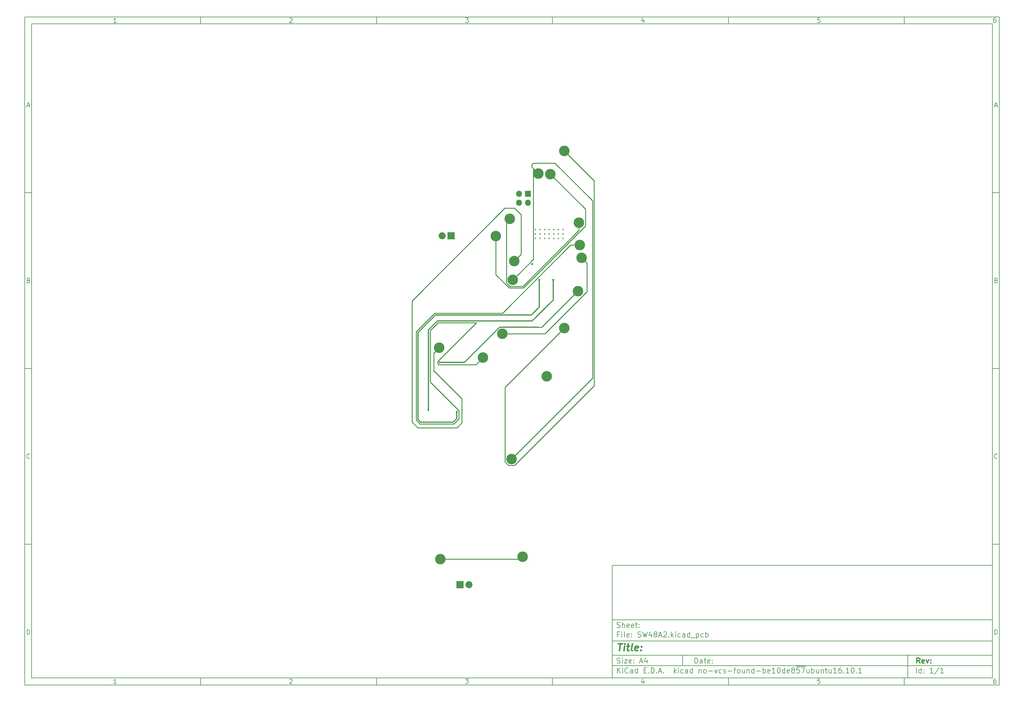
<source format=gbr>
G04 #@! TF.GenerationSoftware,KiCad,Pcbnew,no-vcs-found-be10de8~57~ubuntu16.10.1*
G04 #@! TF.CreationDate,2017-03-16T11:48:35+01:00*
G04 #@! TF.ProjectId,SW48A2,5357343841322E6B696361645F706362,rev?*
G04 #@! TF.FileFunction,Copper,L2,Bot,Signal*
G04 #@! TF.FilePolarity,Positive*
%FSLAX46Y46*%
G04 Gerber Fmt 4.6, Leading zero omitted, Abs format (unit mm)*
G04 Created by KiCad (PCBNEW no-vcs-found-be10de8~57~ubuntu16.10.1) date Thu Mar 16 11:48:35 2017*
%MOMM*%
%LPD*%
G01*
G04 APERTURE LIST*
%ADD10C,0.100000*%
%ADD11C,0.150000*%
%ADD12C,0.300000*%
%ADD13C,0.400000*%
%ADD14C,0.400000*%
%ADD15O,1.998980X1.998980*%
%ADD16R,1.998980X1.998980*%
%ADD17R,1.727200X1.727200*%
%ADD18O,1.727200X1.727200*%
%ADD19C,3.000000*%
%ADD20C,0.600000*%
%ADD21C,0.250000*%
G04 APERTURE END LIST*
D10*
D11*
X177002200Y-166007200D02*
X177002200Y-198007200D01*
X285002200Y-198007200D01*
X285002200Y-166007200D01*
X177002200Y-166007200D01*
D10*
D11*
X10000000Y-10000000D02*
X10000000Y-200007200D01*
X287002200Y-200007200D01*
X287002200Y-10000000D01*
X10000000Y-10000000D01*
D10*
D11*
X12000000Y-12000000D02*
X12000000Y-198007200D01*
X285002200Y-198007200D01*
X285002200Y-12000000D01*
X12000000Y-12000000D01*
D10*
D11*
X60000000Y-12000000D02*
X60000000Y-10000000D01*
D10*
D11*
X110000000Y-12000000D02*
X110000000Y-10000000D01*
D10*
D11*
X160000000Y-12000000D02*
X160000000Y-10000000D01*
D10*
D11*
X210000000Y-12000000D02*
X210000000Y-10000000D01*
D10*
D11*
X260000000Y-12000000D02*
X260000000Y-10000000D01*
D10*
D11*
X36065476Y-11588095D02*
X35322619Y-11588095D01*
X35694047Y-11588095D02*
X35694047Y-10288095D01*
X35570238Y-10473809D01*
X35446428Y-10597619D01*
X35322619Y-10659523D01*
D10*
D11*
X85322619Y-10411904D02*
X85384523Y-10350000D01*
X85508333Y-10288095D01*
X85817857Y-10288095D01*
X85941666Y-10350000D01*
X86003571Y-10411904D01*
X86065476Y-10535714D01*
X86065476Y-10659523D01*
X86003571Y-10845238D01*
X85260714Y-11588095D01*
X86065476Y-11588095D01*
D10*
D11*
X135260714Y-10288095D02*
X136065476Y-10288095D01*
X135632142Y-10783333D01*
X135817857Y-10783333D01*
X135941666Y-10845238D01*
X136003571Y-10907142D01*
X136065476Y-11030952D01*
X136065476Y-11340476D01*
X136003571Y-11464285D01*
X135941666Y-11526190D01*
X135817857Y-11588095D01*
X135446428Y-11588095D01*
X135322619Y-11526190D01*
X135260714Y-11464285D01*
D10*
D11*
X185941666Y-10721428D02*
X185941666Y-11588095D01*
X185632142Y-10226190D02*
X185322619Y-11154761D01*
X186127380Y-11154761D01*
D10*
D11*
X236003571Y-10288095D02*
X235384523Y-10288095D01*
X235322619Y-10907142D01*
X235384523Y-10845238D01*
X235508333Y-10783333D01*
X235817857Y-10783333D01*
X235941666Y-10845238D01*
X236003571Y-10907142D01*
X236065476Y-11030952D01*
X236065476Y-11340476D01*
X236003571Y-11464285D01*
X235941666Y-11526190D01*
X235817857Y-11588095D01*
X235508333Y-11588095D01*
X235384523Y-11526190D01*
X235322619Y-11464285D01*
D10*
D11*
X285941666Y-10288095D02*
X285694047Y-10288095D01*
X285570238Y-10350000D01*
X285508333Y-10411904D01*
X285384523Y-10597619D01*
X285322619Y-10845238D01*
X285322619Y-11340476D01*
X285384523Y-11464285D01*
X285446428Y-11526190D01*
X285570238Y-11588095D01*
X285817857Y-11588095D01*
X285941666Y-11526190D01*
X286003571Y-11464285D01*
X286065476Y-11340476D01*
X286065476Y-11030952D01*
X286003571Y-10907142D01*
X285941666Y-10845238D01*
X285817857Y-10783333D01*
X285570238Y-10783333D01*
X285446428Y-10845238D01*
X285384523Y-10907142D01*
X285322619Y-11030952D01*
D10*
D11*
X60000000Y-198007200D02*
X60000000Y-200007200D01*
D10*
D11*
X110000000Y-198007200D02*
X110000000Y-200007200D01*
D10*
D11*
X160000000Y-198007200D02*
X160000000Y-200007200D01*
D10*
D11*
X210000000Y-198007200D02*
X210000000Y-200007200D01*
D10*
D11*
X260000000Y-198007200D02*
X260000000Y-200007200D01*
D10*
D11*
X36065476Y-199595295D02*
X35322619Y-199595295D01*
X35694047Y-199595295D02*
X35694047Y-198295295D01*
X35570238Y-198481009D01*
X35446428Y-198604819D01*
X35322619Y-198666723D01*
D10*
D11*
X85322619Y-198419104D02*
X85384523Y-198357200D01*
X85508333Y-198295295D01*
X85817857Y-198295295D01*
X85941666Y-198357200D01*
X86003571Y-198419104D01*
X86065476Y-198542914D01*
X86065476Y-198666723D01*
X86003571Y-198852438D01*
X85260714Y-199595295D01*
X86065476Y-199595295D01*
D10*
D11*
X135260714Y-198295295D02*
X136065476Y-198295295D01*
X135632142Y-198790533D01*
X135817857Y-198790533D01*
X135941666Y-198852438D01*
X136003571Y-198914342D01*
X136065476Y-199038152D01*
X136065476Y-199347676D01*
X136003571Y-199471485D01*
X135941666Y-199533390D01*
X135817857Y-199595295D01*
X135446428Y-199595295D01*
X135322619Y-199533390D01*
X135260714Y-199471485D01*
D10*
D11*
X185941666Y-198728628D02*
X185941666Y-199595295D01*
X185632142Y-198233390D02*
X185322619Y-199161961D01*
X186127380Y-199161961D01*
D10*
D11*
X236003571Y-198295295D02*
X235384523Y-198295295D01*
X235322619Y-198914342D01*
X235384523Y-198852438D01*
X235508333Y-198790533D01*
X235817857Y-198790533D01*
X235941666Y-198852438D01*
X236003571Y-198914342D01*
X236065476Y-199038152D01*
X236065476Y-199347676D01*
X236003571Y-199471485D01*
X235941666Y-199533390D01*
X235817857Y-199595295D01*
X235508333Y-199595295D01*
X235384523Y-199533390D01*
X235322619Y-199471485D01*
D10*
D11*
X285941666Y-198295295D02*
X285694047Y-198295295D01*
X285570238Y-198357200D01*
X285508333Y-198419104D01*
X285384523Y-198604819D01*
X285322619Y-198852438D01*
X285322619Y-199347676D01*
X285384523Y-199471485D01*
X285446428Y-199533390D01*
X285570238Y-199595295D01*
X285817857Y-199595295D01*
X285941666Y-199533390D01*
X286003571Y-199471485D01*
X286065476Y-199347676D01*
X286065476Y-199038152D01*
X286003571Y-198914342D01*
X285941666Y-198852438D01*
X285817857Y-198790533D01*
X285570238Y-198790533D01*
X285446428Y-198852438D01*
X285384523Y-198914342D01*
X285322619Y-199038152D01*
D10*
D11*
X10000000Y-60000000D02*
X12000000Y-60000000D01*
D10*
D11*
X10000000Y-110000000D02*
X12000000Y-110000000D01*
D10*
D11*
X10000000Y-160000000D02*
X12000000Y-160000000D01*
D10*
D11*
X10690476Y-35216666D02*
X11309523Y-35216666D01*
X10566666Y-35588095D02*
X11000000Y-34288095D01*
X11433333Y-35588095D01*
D10*
D11*
X11092857Y-84907142D02*
X11278571Y-84969047D01*
X11340476Y-85030952D01*
X11402380Y-85154761D01*
X11402380Y-85340476D01*
X11340476Y-85464285D01*
X11278571Y-85526190D01*
X11154761Y-85588095D01*
X10659523Y-85588095D01*
X10659523Y-84288095D01*
X11092857Y-84288095D01*
X11216666Y-84350000D01*
X11278571Y-84411904D01*
X11340476Y-84535714D01*
X11340476Y-84659523D01*
X11278571Y-84783333D01*
X11216666Y-84845238D01*
X11092857Y-84907142D01*
X10659523Y-84907142D01*
D10*
D11*
X11402380Y-135464285D02*
X11340476Y-135526190D01*
X11154761Y-135588095D01*
X11030952Y-135588095D01*
X10845238Y-135526190D01*
X10721428Y-135402380D01*
X10659523Y-135278571D01*
X10597619Y-135030952D01*
X10597619Y-134845238D01*
X10659523Y-134597619D01*
X10721428Y-134473809D01*
X10845238Y-134350000D01*
X11030952Y-134288095D01*
X11154761Y-134288095D01*
X11340476Y-134350000D01*
X11402380Y-134411904D01*
D10*
D11*
X10659523Y-185588095D02*
X10659523Y-184288095D01*
X10969047Y-184288095D01*
X11154761Y-184350000D01*
X11278571Y-184473809D01*
X11340476Y-184597619D01*
X11402380Y-184845238D01*
X11402380Y-185030952D01*
X11340476Y-185278571D01*
X11278571Y-185402380D01*
X11154761Y-185526190D01*
X10969047Y-185588095D01*
X10659523Y-185588095D01*
D10*
D11*
X287002200Y-60000000D02*
X285002200Y-60000000D01*
D10*
D11*
X287002200Y-110000000D02*
X285002200Y-110000000D01*
D10*
D11*
X287002200Y-160000000D02*
X285002200Y-160000000D01*
D10*
D11*
X285692676Y-35216666D02*
X286311723Y-35216666D01*
X285568866Y-35588095D02*
X286002200Y-34288095D01*
X286435533Y-35588095D01*
D10*
D11*
X286095057Y-84907142D02*
X286280771Y-84969047D01*
X286342676Y-85030952D01*
X286404580Y-85154761D01*
X286404580Y-85340476D01*
X286342676Y-85464285D01*
X286280771Y-85526190D01*
X286156961Y-85588095D01*
X285661723Y-85588095D01*
X285661723Y-84288095D01*
X286095057Y-84288095D01*
X286218866Y-84350000D01*
X286280771Y-84411904D01*
X286342676Y-84535714D01*
X286342676Y-84659523D01*
X286280771Y-84783333D01*
X286218866Y-84845238D01*
X286095057Y-84907142D01*
X285661723Y-84907142D01*
D10*
D11*
X286404580Y-135464285D02*
X286342676Y-135526190D01*
X286156961Y-135588095D01*
X286033152Y-135588095D01*
X285847438Y-135526190D01*
X285723628Y-135402380D01*
X285661723Y-135278571D01*
X285599819Y-135030952D01*
X285599819Y-134845238D01*
X285661723Y-134597619D01*
X285723628Y-134473809D01*
X285847438Y-134350000D01*
X286033152Y-134288095D01*
X286156961Y-134288095D01*
X286342676Y-134350000D01*
X286404580Y-134411904D01*
D10*
D11*
X285661723Y-185588095D02*
X285661723Y-184288095D01*
X285971247Y-184288095D01*
X286156961Y-184350000D01*
X286280771Y-184473809D01*
X286342676Y-184597619D01*
X286404580Y-184845238D01*
X286404580Y-185030952D01*
X286342676Y-185278571D01*
X286280771Y-185402380D01*
X286156961Y-185526190D01*
X285971247Y-185588095D01*
X285661723Y-185588095D01*
D10*
D11*
X200434342Y-193785771D02*
X200434342Y-192285771D01*
X200791485Y-192285771D01*
X201005771Y-192357200D01*
X201148628Y-192500057D01*
X201220057Y-192642914D01*
X201291485Y-192928628D01*
X201291485Y-193142914D01*
X201220057Y-193428628D01*
X201148628Y-193571485D01*
X201005771Y-193714342D01*
X200791485Y-193785771D01*
X200434342Y-193785771D01*
X202577200Y-193785771D02*
X202577200Y-193000057D01*
X202505771Y-192857200D01*
X202362914Y-192785771D01*
X202077200Y-192785771D01*
X201934342Y-192857200D01*
X202577200Y-193714342D02*
X202434342Y-193785771D01*
X202077200Y-193785771D01*
X201934342Y-193714342D01*
X201862914Y-193571485D01*
X201862914Y-193428628D01*
X201934342Y-193285771D01*
X202077200Y-193214342D01*
X202434342Y-193214342D01*
X202577200Y-193142914D01*
X203077200Y-192785771D02*
X203648628Y-192785771D01*
X203291485Y-192285771D02*
X203291485Y-193571485D01*
X203362914Y-193714342D01*
X203505771Y-193785771D01*
X203648628Y-193785771D01*
X204720057Y-193714342D02*
X204577200Y-193785771D01*
X204291485Y-193785771D01*
X204148628Y-193714342D01*
X204077200Y-193571485D01*
X204077200Y-193000057D01*
X204148628Y-192857200D01*
X204291485Y-192785771D01*
X204577200Y-192785771D01*
X204720057Y-192857200D01*
X204791485Y-193000057D01*
X204791485Y-193142914D01*
X204077200Y-193285771D01*
X205434342Y-193642914D02*
X205505771Y-193714342D01*
X205434342Y-193785771D01*
X205362914Y-193714342D01*
X205434342Y-193642914D01*
X205434342Y-193785771D01*
X205434342Y-192857200D02*
X205505771Y-192928628D01*
X205434342Y-193000057D01*
X205362914Y-192928628D01*
X205434342Y-192857200D01*
X205434342Y-193000057D01*
D10*
D11*
X177002200Y-194507200D02*
X285002200Y-194507200D01*
D10*
D11*
X178434342Y-196585771D02*
X178434342Y-195085771D01*
X179291485Y-196585771D02*
X178648628Y-195728628D01*
X179291485Y-195085771D02*
X178434342Y-195942914D01*
X179934342Y-196585771D02*
X179934342Y-195585771D01*
X179934342Y-195085771D02*
X179862914Y-195157200D01*
X179934342Y-195228628D01*
X180005771Y-195157200D01*
X179934342Y-195085771D01*
X179934342Y-195228628D01*
X181505771Y-196442914D02*
X181434342Y-196514342D01*
X181220057Y-196585771D01*
X181077200Y-196585771D01*
X180862914Y-196514342D01*
X180720057Y-196371485D01*
X180648628Y-196228628D01*
X180577200Y-195942914D01*
X180577200Y-195728628D01*
X180648628Y-195442914D01*
X180720057Y-195300057D01*
X180862914Y-195157200D01*
X181077200Y-195085771D01*
X181220057Y-195085771D01*
X181434342Y-195157200D01*
X181505771Y-195228628D01*
X182791485Y-196585771D02*
X182791485Y-195800057D01*
X182720057Y-195657200D01*
X182577200Y-195585771D01*
X182291485Y-195585771D01*
X182148628Y-195657200D01*
X182791485Y-196514342D02*
X182648628Y-196585771D01*
X182291485Y-196585771D01*
X182148628Y-196514342D01*
X182077200Y-196371485D01*
X182077200Y-196228628D01*
X182148628Y-196085771D01*
X182291485Y-196014342D01*
X182648628Y-196014342D01*
X182791485Y-195942914D01*
X184148628Y-196585771D02*
X184148628Y-195085771D01*
X184148628Y-196514342D02*
X184005771Y-196585771D01*
X183720057Y-196585771D01*
X183577200Y-196514342D01*
X183505771Y-196442914D01*
X183434342Y-196300057D01*
X183434342Y-195871485D01*
X183505771Y-195728628D01*
X183577200Y-195657200D01*
X183720057Y-195585771D01*
X184005771Y-195585771D01*
X184148628Y-195657200D01*
X186005771Y-195800057D02*
X186505771Y-195800057D01*
X186720057Y-196585771D02*
X186005771Y-196585771D01*
X186005771Y-195085771D01*
X186720057Y-195085771D01*
X187362914Y-196442914D02*
X187434342Y-196514342D01*
X187362914Y-196585771D01*
X187291485Y-196514342D01*
X187362914Y-196442914D01*
X187362914Y-196585771D01*
X188077200Y-196585771D02*
X188077200Y-195085771D01*
X188434342Y-195085771D01*
X188648628Y-195157200D01*
X188791485Y-195300057D01*
X188862914Y-195442914D01*
X188934342Y-195728628D01*
X188934342Y-195942914D01*
X188862914Y-196228628D01*
X188791485Y-196371485D01*
X188648628Y-196514342D01*
X188434342Y-196585771D01*
X188077200Y-196585771D01*
X189577200Y-196442914D02*
X189648628Y-196514342D01*
X189577200Y-196585771D01*
X189505771Y-196514342D01*
X189577200Y-196442914D01*
X189577200Y-196585771D01*
X190220057Y-196157200D02*
X190934342Y-196157200D01*
X190077200Y-196585771D02*
X190577200Y-195085771D01*
X191077200Y-196585771D01*
X191577200Y-196442914D02*
X191648628Y-196514342D01*
X191577200Y-196585771D01*
X191505771Y-196514342D01*
X191577200Y-196442914D01*
X191577200Y-196585771D01*
X194577200Y-196585771D02*
X194577200Y-195085771D01*
X194720057Y-196014342D02*
X195148628Y-196585771D01*
X195148628Y-195585771D02*
X194577200Y-196157200D01*
X195791485Y-196585771D02*
X195791485Y-195585771D01*
X195791485Y-195085771D02*
X195720057Y-195157200D01*
X195791485Y-195228628D01*
X195862914Y-195157200D01*
X195791485Y-195085771D01*
X195791485Y-195228628D01*
X197148628Y-196514342D02*
X197005771Y-196585771D01*
X196720057Y-196585771D01*
X196577200Y-196514342D01*
X196505771Y-196442914D01*
X196434342Y-196300057D01*
X196434342Y-195871485D01*
X196505771Y-195728628D01*
X196577200Y-195657200D01*
X196720057Y-195585771D01*
X197005771Y-195585771D01*
X197148628Y-195657200D01*
X198434342Y-196585771D02*
X198434342Y-195800057D01*
X198362914Y-195657200D01*
X198220057Y-195585771D01*
X197934342Y-195585771D01*
X197791485Y-195657200D01*
X198434342Y-196514342D02*
X198291485Y-196585771D01*
X197934342Y-196585771D01*
X197791485Y-196514342D01*
X197720057Y-196371485D01*
X197720057Y-196228628D01*
X197791485Y-196085771D01*
X197934342Y-196014342D01*
X198291485Y-196014342D01*
X198434342Y-195942914D01*
X199791485Y-196585771D02*
X199791485Y-195085771D01*
X199791485Y-196514342D02*
X199648628Y-196585771D01*
X199362914Y-196585771D01*
X199220057Y-196514342D01*
X199148628Y-196442914D01*
X199077200Y-196300057D01*
X199077200Y-195871485D01*
X199148628Y-195728628D01*
X199220057Y-195657200D01*
X199362914Y-195585771D01*
X199648628Y-195585771D01*
X199791485Y-195657200D01*
X201648628Y-195585771D02*
X201648628Y-196585771D01*
X201648628Y-195728628D02*
X201720057Y-195657200D01*
X201862914Y-195585771D01*
X202077200Y-195585771D01*
X202220057Y-195657200D01*
X202291485Y-195800057D01*
X202291485Y-196585771D01*
X203220057Y-196585771D02*
X203077200Y-196514342D01*
X203005771Y-196442914D01*
X202934342Y-196300057D01*
X202934342Y-195871485D01*
X203005771Y-195728628D01*
X203077200Y-195657200D01*
X203220057Y-195585771D01*
X203434342Y-195585771D01*
X203577200Y-195657200D01*
X203648628Y-195728628D01*
X203720057Y-195871485D01*
X203720057Y-196300057D01*
X203648628Y-196442914D01*
X203577200Y-196514342D01*
X203434342Y-196585771D01*
X203220057Y-196585771D01*
X204362914Y-196014342D02*
X205505771Y-196014342D01*
X206077200Y-195585771D02*
X206434342Y-196585771D01*
X206791485Y-195585771D01*
X208005771Y-196514342D02*
X207862914Y-196585771D01*
X207577200Y-196585771D01*
X207434342Y-196514342D01*
X207362914Y-196442914D01*
X207291485Y-196300057D01*
X207291485Y-195871485D01*
X207362914Y-195728628D01*
X207434342Y-195657200D01*
X207577200Y-195585771D01*
X207862914Y-195585771D01*
X208005771Y-195657200D01*
X208577200Y-196514342D02*
X208720057Y-196585771D01*
X209005771Y-196585771D01*
X209148628Y-196514342D01*
X209220057Y-196371485D01*
X209220057Y-196300057D01*
X209148628Y-196157200D01*
X209005771Y-196085771D01*
X208791485Y-196085771D01*
X208648628Y-196014342D01*
X208577200Y-195871485D01*
X208577200Y-195800057D01*
X208648628Y-195657200D01*
X208791485Y-195585771D01*
X209005771Y-195585771D01*
X209148628Y-195657200D01*
X209862914Y-196014342D02*
X211005771Y-196014342D01*
X211505771Y-195585771D02*
X212077200Y-195585771D01*
X211720057Y-196585771D02*
X211720057Y-195300057D01*
X211791485Y-195157200D01*
X211934342Y-195085771D01*
X212077200Y-195085771D01*
X212791485Y-196585771D02*
X212648628Y-196514342D01*
X212577200Y-196442914D01*
X212505771Y-196300057D01*
X212505771Y-195871485D01*
X212577200Y-195728628D01*
X212648628Y-195657200D01*
X212791485Y-195585771D01*
X213005771Y-195585771D01*
X213148628Y-195657200D01*
X213220057Y-195728628D01*
X213291485Y-195871485D01*
X213291485Y-196300057D01*
X213220057Y-196442914D01*
X213148628Y-196514342D01*
X213005771Y-196585771D01*
X212791485Y-196585771D01*
X214577200Y-195585771D02*
X214577200Y-196585771D01*
X213934342Y-195585771D02*
X213934342Y-196371485D01*
X214005771Y-196514342D01*
X214148628Y-196585771D01*
X214362914Y-196585771D01*
X214505771Y-196514342D01*
X214577200Y-196442914D01*
X215291485Y-195585771D02*
X215291485Y-196585771D01*
X215291485Y-195728628D02*
X215362914Y-195657200D01*
X215505771Y-195585771D01*
X215720057Y-195585771D01*
X215862914Y-195657200D01*
X215934342Y-195800057D01*
X215934342Y-196585771D01*
X217291485Y-196585771D02*
X217291485Y-195085771D01*
X217291485Y-196514342D02*
X217148628Y-196585771D01*
X216862914Y-196585771D01*
X216720057Y-196514342D01*
X216648628Y-196442914D01*
X216577200Y-196300057D01*
X216577200Y-195871485D01*
X216648628Y-195728628D01*
X216720057Y-195657200D01*
X216862914Y-195585771D01*
X217148628Y-195585771D01*
X217291485Y-195657200D01*
X218005771Y-196014342D02*
X219148628Y-196014342D01*
X219862914Y-196585771D02*
X219862914Y-195085771D01*
X219862914Y-195657200D02*
X220005771Y-195585771D01*
X220291485Y-195585771D01*
X220434342Y-195657200D01*
X220505771Y-195728628D01*
X220577200Y-195871485D01*
X220577200Y-196300057D01*
X220505771Y-196442914D01*
X220434342Y-196514342D01*
X220291485Y-196585771D01*
X220005771Y-196585771D01*
X219862914Y-196514342D01*
X221791485Y-196514342D02*
X221648628Y-196585771D01*
X221362914Y-196585771D01*
X221220057Y-196514342D01*
X221148628Y-196371485D01*
X221148628Y-195800057D01*
X221220057Y-195657200D01*
X221362914Y-195585771D01*
X221648628Y-195585771D01*
X221791485Y-195657200D01*
X221862914Y-195800057D01*
X221862914Y-195942914D01*
X221148628Y-196085771D01*
X223291485Y-196585771D02*
X222434342Y-196585771D01*
X222862914Y-196585771D02*
X222862914Y-195085771D01*
X222720057Y-195300057D01*
X222577200Y-195442914D01*
X222434342Y-195514342D01*
X224220057Y-195085771D02*
X224362914Y-195085771D01*
X224505771Y-195157200D01*
X224577200Y-195228628D01*
X224648628Y-195371485D01*
X224720057Y-195657200D01*
X224720057Y-196014342D01*
X224648628Y-196300057D01*
X224577200Y-196442914D01*
X224505771Y-196514342D01*
X224362914Y-196585771D01*
X224220057Y-196585771D01*
X224077200Y-196514342D01*
X224005771Y-196442914D01*
X223934342Y-196300057D01*
X223862914Y-196014342D01*
X223862914Y-195657200D01*
X223934342Y-195371485D01*
X224005771Y-195228628D01*
X224077200Y-195157200D01*
X224220057Y-195085771D01*
X226005771Y-196585771D02*
X226005771Y-195085771D01*
X226005771Y-196514342D02*
X225862914Y-196585771D01*
X225577200Y-196585771D01*
X225434342Y-196514342D01*
X225362914Y-196442914D01*
X225291485Y-196300057D01*
X225291485Y-195871485D01*
X225362914Y-195728628D01*
X225434342Y-195657200D01*
X225577200Y-195585771D01*
X225862914Y-195585771D01*
X226005771Y-195657200D01*
X227291485Y-196514342D02*
X227148628Y-196585771D01*
X226862914Y-196585771D01*
X226720057Y-196514342D01*
X226648628Y-196371485D01*
X226648628Y-195800057D01*
X226720057Y-195657200D01*
X226862914Y-195585771D01*
X227148628Y-195585771D01*
X227291485Y-195657200D01*
X227362914Y-195800057D01*
X227362914Y-195942914D01*
X226648628Y-196085771D01*
X228220057Y-195728628D02*
X228077200Y-195657200D01*
X228005771Y-195585771D01*
X227934342Y-195442914D01*
X227934342Y-195371485D01*
X228005771Y-195228628D01*
X228077200Y-195157200D01*
X228220057Y-195085771D01*
X228505771Y-195085771D01*
X228648628Y-195157200D01*
X228720057Y-195228628D01*
X228791485Y-195371485D01*
X228791485Y-195442914D01*
X228720057Y-195585771D01*
X228648628Y-195657200D01*
X228505771Y-195728628D01*
X228220057Y-195728628D01*
X228077200Y-195800057D01*
X228005771Y-195871485D01*
X227934342Y-196014342D01*
X227934342Y-196300057D01*
X228005771Y-196442914D01*
X228077200Y-196514342D01*
X228220057Y-196585771D01*
X228505771Y-196585771D01*
X228648628Y-196514342D01*
X228720057Y-196442914D01*
X228791485Y-196300057D01*
X228791485Y-196014342D01*
X228720057Y-195871485D01*
X228648628Y-195800057D01*
X228505771Y-195728628D01*
X229324700Y-194677200D02*
X230505771Y-194677200D01*
X230148628Y-195085771D02*
X229434342Y-195085771D01*
X229362914Y-195800057D01*
X229434342Y-195728628D01*
X229577200Y-195657200D01*
X229934342Y-195657200D01*
X230077200Y-195728628D01*
X230148628Y-195800057D01*
X230220057Y-195942914D01*
X230220057Y-196300057D01*
X230148628Y-196442914D01*
X230077200Y-196514342D01*
X229934342Y-196585771D01*
X229577200Y-196585771D01*
X229434342Y-196514342D01*
X229362914Y-196442914D01*
X230505771Y-194677200D02*
X231934342Y-194677200D01*
X230720057Y-195085771D02*
X231720057Y-195085771D01*
X231077200Y-196585771D01*
X232934342Y-195585771D02*
X232934342Y-196585771D01*
X232291485Y-195585771D02*
X232291485Y-196371485D01*
X232362914Y-196514342D01*
X232505771Y-196585771D01*
X232720057Y-196585771D01*
X232862914Y-196514342D01*
X232934342Y-196442914D01*
X233648628Y-196585771D02*
X233648628Y-195085771D01*
X233648628Y-195657200D02*
X233791485Y-195585771D01*
X234077200Y-195585771D01*
X234220057Y-195657200D01*
X234291485Y-195728628D01*
X234362914Y-195871485D01*
X234362914Y-196300057D01*
X234291485Y-196442914D01*
X234220057Y-196514342D01*
X234077200Y-196585771D01*
X233791485Y-196585771D01*
X233648628Y-196514342D01*
X235648628Y-195585771D02*
X235648628Y-196585771D01*
X235005771Y-195585771D02*
X235005771Y-196371485D01*
X235077200Y-196514342D01*
X235220057Y-196585771D01*
X235434342Y-196585771D01*
X235577200Y-196514342D01*
X235648628Y-196442914D01*
X236362914Y-195585771D02*
X236362914Y-196585771D01*
X236362914Y-195728628D02*
X236434342Y-195657200D01*
X236577200Y-195585771D01*
X236791485Y-195585771D01*
X236934342Y-195657200D01*
X237005771Y-195800057D01*
X237005771Y-196585771D01*
X237505771Y-195585771D02*
X238077200Y-195585771D01*
X237720057Y-195085771D02*
X237720057Y-196371485D01*
X237791485Y-196514342D01*
X237934342Y-196585771D01*
X238077200Y-196585771D01*
X239220057Y-195585771D02*
X239220057Y-196585771D01*
X238577200Y-195585771D02*
X238577200Y-196371485D01*
X238648628Y-196514342D01*
X238791485Y-196585771D01*
X239005771Y-196585771D01*
X239148628Y-196514342D01*
X239220057Y-196442914D01*
X240720057Y-196585771D02*
X239862914Y-196585771D01*
X240291485Y-196585771D02*
X240291485Y-195085771D01*
X240148628Y-195300057D01*
X240005771Y-195442914D01*
X239862914Y-195514342D01*
X242005771Y-195085771D02*
X241720057Y-195085771D01*
X241577200Y-195157200D01*
X241505771Y-195228628D01*
X241362914Y-195442914D01*
X241291485Y-195728628D01*
X241291485Y-196300057D01*
X241362914Y-196442914D01*
X241434342Y-196514342D01*
X241577200Y-196585771D01*
X241862914Y-196585771D01*
X242005771Y-196514342D01*
X242077200Y-196442914D01*
X242148628Y-196300057D01*
X242148628Y-195942914D01*
X242077200Y-195800057D01*
X242005771Y-195728628D01*
X241862914Y-195657200D01*
X241577200Y-195657200D01*
X241434342Y-195728628D01*
X241362914Y-195800057D01*
X241291485Y-195942914D01*
X242791485Y-196442914D02*
X242862914Y-196514342D01*
X242791485Y-196585771D01*
X242720057Y-196514342D01*
X242791485Y-196442914D01*
X242791485Y-196585771D01*
X244291485Y-196585771D02*
X243434342Y-196585771D01*
X243862914Y-196585771D02*
X243862914Y-195085771D01*
X243720057Y-195300057D01*
X243577200Y-195442914D01*
X243434342Y-195514342D01*
X245220057Y-195085771D02*
X245362914Y-195085771D01*
X245505771Y-195157200D01*
X245577200Y-195228628D01*
X245648628Y-195371485D01*
X245720057Y-195657200D01*
X245720057Y-196014342D01*
X245648628Y-196300057D01*
X245577200Y-196442914D01*
X245505771Y-196514342D01*
X245362914Y-196585771D01*
X245220057Y-196585771D01*
X245077200Y-196514342D01*
X245005771Y-196442914D01*
X244934342Y-196300057D01*
X244862914Y-196014342D01*
X244862914Y-195657200D01*
X244934342Y-195371485D01*
X245005771Y-195228628D01*
X245077200Y-195157200D01*
X245220057Y-195085771D01*
X246362914Y-196442914D02*
X246434342Y-196514342D01*
X246362914Y-196585771D01*
X246291485Y-196514342D01*
X246362914Y-196442914D01*
X246362914Y-196585771D01*
X247862914Y-196585771D02*
X247005771Y-196585771D01*
X247434342Y-196585771D02*
X247434342Y-195085771D01*
X247291485Y-195300057D01*
X247148628Y-195442914D01*
X247005771Y-195514342D01*
D10*
D11*
X177002200Y-191507200D02*
X285002200Y-191507200D01*
D10*
D12*
X264411485Y-193785771D02*
X263911485Y-193071485D01*
X263554342Y-193785771D02*
X263554342Y-192285771D01*
X264125771Y-192285771D01*
X264268628Y-192357200D01*
X264340057Y-192428628D01*
X264411485Y-192571485D01*
X264411485Y-192785771D01*
X264340057Y-192928628D01*
X264268628Y-193000057D01*
X264125771Y-193071485D01*
X263554342Y-193071485D01*
X265625771Y-193714342D02*
X265482914Y-193785771D01*
X265197200Y-193785771D01*
X265054342Y-193714342D01*
X264982914Y-193571485D01*
X264982914Y-193000057D01*
X265054342Y-192857200D01*
X265197200Y-192785771D01*
X265482914Y-192785771D01*
X265625771Y-192857200D01*
X265697200Y-193000057D01*
X265697200Y-193142914D01*
X264982914Y-193285771D01*
X266197200Y-192785771D02*
X266554342Y-193785771D01*
X266911485Y-192785771D01*
X267482914Y-193642914D02*
X267554342Y-193714342D01*
X267482914Y-193785771D01*
X267411485Y-193714342D01*
X267482914Y-193642914D01*
X267482914Y-193785771D01*
X267482914Y-192857200D02*
X267554342Y-192928628D01*
X267482914Y-193000057D01*
X267411485Y-192928628D01*
X267482914Y-192857200D01*
X267482914Y-193000057D01*
D10*
D11*
X178362914Y-193714342D02*
X178577200Y-193785771D01*
X178934342Y-193785771D01*
X179077200Y-193714342D01*
X179148628Y-193642914D01*
X179220057Y-193500057D01*
X179220057Y-193357200D01*
X179148628Y-193214342D01*
X179077200Y-193142914D01*
X178934342Y-193071485D01*
X178648628Y-193000057D01*
X178505771Y-192928628D01*
X178434342Y-192857200D01*
X178362914Y-192714342D01*
X178362914Y-192571485D01*
X178434342Y-192428628D01*
X178505771Y-192357200D01*
X178648628Y-192285771D01*
X179005771Y-192285771D01*
X179220057Y-192357200D01*
X179862914Y-193785771D02*
X179862914Y-192785771D01*
X179862914Y-192285771D02*
X179791485Y-192357200D01*
X179862914Y-192428628D01*
X179934342Y-192357200D01*
X179862914Y-192285771D01*
X179862914Y-192428628D01*
X180434342Y-192785771D02*
X181220057Y-192785771D01*
X180434342Y-193785771D01*
X181220057Y-193785771D01*
X182362914Y-193714342D02*
X182220057Y-193785771D01*
X181934342Y-193785771D01*
X181791485Y-193714342D01*
X181720057Y-193571485D01*
X181720057Y-193000057D01*
X181791485Y-192857200D01*
X181934342Y-192785771D01*
X182220057Y-192785771D01*
X182362914Y-192857200D01*
X182434342Y-193000057D01*
X182434342Y-193142914D01*
X181720057Y-193285771D01*
X183077200Y-193642914D02*
X183148628Y-193714342D01*
X183077200Y-193785771D01*
X183005771Y-193714342D01*
X183077200Y-193642914D01*
X183077200Y-193785771D01*
X183077200Y-192857200D02*
X183148628Y-192928628D01*
X183077200Y-193000057D01*
X183005771Y-192928628D01*
X183077200Y-192857200D01*
X183077200Y-193000057D01*
X184862914Y-193357200D02*
X185577200Y-193357200D01*
X184720057Y-193785771D02*
X185220057Y-192285771D01*
X185720057Y-193785771D01*
X186862914Y-192785771D02*
X186862914Y-193785771D01*
X186505771Y-192214342D02*
X186148628Y-193285771D01*
X187077200Y-193285771D01*
D10*
D11*
X263434342Y-196585771D02*
X263434342Y-195085771D01*
X264791485Y-196585771D02*
X264791485Y-195085771D01*
X264791485Y-196514342D02*
X264648628Y-196585771D01*
X264362914Y-196585771D01*
X264220057Y-196514342D01*
X264148628Y-196442914D01*
X264077200Y-196300057D01*
X264077200Y-195871485D01*
X264148628Y-195728628D01*
X264220057Y-195657200D01*
X264362914Y-195585771D01*
X264648628Y-195585771D01*
X264791485Y-195657200D01*
X265505771Y-196442914D02*
X265577200Y-196514342D01*
X265505771Y-196585771D01*
X265434342Y-196514342D01*
X265505771Y-196442914D01*
X265505771Y-196585771D01*
X265505771Y-195657200D02*
X265577200Y-195728628D01*
X265505771Y-195800057D01*
X265434342Y-195728628D01*
X265505771Y-195657200D01*
X265505771Y-195800057D01*
X268148628Y-196585771D02*
X267291485Y-196585771D01*
X267720057Y-196585771D02*
X267720057Y-195085771D01*
X267577200Y-195300057D01*
X267434342Y-195442914D01*
X267291485Y-195514342D01*
X269862914Y-195014342D02*
X268577200Y-196942914D01*
X271148628Y-196585771D02*
X270291485Y-196585771D01*
X270720057Y-196585771D02*
X270720057Y-195085771D01*
X270577200Y-195300057D01*
X270434342Y-195442914D01*
X270291485Y-195514342D01*
D10*
D11*
X177002200Y-187507200D02*
X285002200Y-187507200D01*
D10*
D13*
X178714580Y-188211961D02*
X179857438Y-188211961D01*
X179036009Y-190211961D02*
X179286009Y-188211961D01*
X180274104Y-190211961D02*
X180440771Y-188878628D01*
X180524104Y-188211961D02*
X180416961Y-188307200D01*
X180500295Y-188402438D01*
X180607438Y-188307200D01*
X180524104Y-188211961D01*
X180500295Y-188402438D01*
X181107438Y-188878628D02*
X181869342Y-188878628D01*
X181476485Y-188211961D02*
X181262200Y-189926247D01*
X181333628Y-190116723D01*
X181512200Y-190211961D01*
X181702676Y-190211961D01*
X182655057Y-190211961D02*
X182476485Y-190116723D01*
X182405057Y-189926247D01*
X182619342Y-188211961D01*
X184190771Y-190116723D02*
X183988390Y-190211961D01*
X183607438Y-190211961D01*
X183428866Y-190116723D01*
X183357438Y-189926247D01*
X183452676Y-189164342D01*
X183571723Y-188973866D01*
X183774104Y-188878628D01*
X184155057Y-188878628D01*
X184333628Y-188973866D01*
X184405057Y-189164342D01*
X184381247Y-189354819D01*
X183405057Y-189545295D01*
X185155057Y-190021485D02*
X185238390Y-190116723D01*
X185131247Y-190211961D01*
X185047914Y-190116723D01*
X185155057Y-190021485D01*
X185131247Y-190211961D01*
X185286009Y-188973866D02*
X185369342Y-189069104D01*
X185262200Y-189164342D01*
X185178866Y-189069104D01*
X185286009Y-188973866D01*
X185262200Y-189164342D01*
D10*
D11*
X178934342Y-185600057D02*
X178434342Y-185600057D01*
X178434342Y-186385771D02*
X178434342Y-184885771D01*
X179148628Y-184885771D01*
X179720057Y-186385771D02*
X179720057Y-185385771D01*
X179720057Y-184885771D02*
X179648628Y-184957200D01*
X179720057Y-185028628D01*
X179791485Y-184957200D01*
X179720057Y-184885771D01*
X179720057Y-185028628D01*
X180648628Y-186385771D02*
X180505771Y-186314342D01*
X180434342Y-186171485D01*
X180434342Y-184885771D01*
X181791485Y-186314342D02*
X181648628Y-186385771D01*
X181362914Y-186385771D01*
X181220057Y-186314342D01*
X181148628Y-186171485D01*
X181148628Y-185600057D01*
X181220057Y-185457200D01*
X181362914Y-185385771D01*
X181648628Y-185385771D01*
X181791485Y-185457200D01*
X181862914Y-185600057D01*
X181862914Y-185742914D01*
X181148628Y-185885771D01*
X182505771Y-186242914D02*
X182577200Y-186314342D01*
X182505771Y-186385771D01*
X182434342Y-186314342D01*
X182505771Y-186242914D01*
X182505771Y-186385771D01*
X182505771Y-185457200D02*
X182577200Y-185528628D01*
X182505771Y-185600057D01*
X182434342Y-185528628D01*
X182505771Y-185457200D01*
X182505771Y-185600057D01*
X184291485Y-186314342D02*
X184505771Y-186385771D01*
X184862914Y-186385771D01*
X185005771Y-186314342D01*
X185077200Y-186242914D01*
X185148628Y-186100057D01*
X185148628Y-185957200D01*
X185077200Y-185814342D01*
X185005771Y-185742914D01*
X184862914Y-185671485D01*
X184577200Y-185600057D01*
X184434342Y-185528628D01*
X184362914Y-185457200D01*
X184291485Y-185314342D01*
X184291485Y-185171485D01*
X184362914Y-185028628D01*
X184434342Y-184957200D01*
X184577200Y-184885771D01*
X184934342Y-184885771D01*
X185148628Y-184957200D01*
X185648628Y-184885771D02*
X186005771Y-186385771D01*
X186291485Y-185314342D01*
X186577200Y-186385771D01*
X186934342Y-184885771D01*
X188148628Y-185385771D02*
X188148628Y-186385771D01*
X187791485Y-184814342D02*
X187434342Y-185885771D01*
X188362914Y-185885771D01*
X189148628Y-185528628D02*
X189005771Y-185457200D01*
X188934342Y-185385771D01*
X188862914Y-185242914D01*
X188862914Y-185171485D01*
X188934342Y-185028628D01*
X189005771Y-184957200D01*
X189148628Y-184885771D01*
X189434342Y-184885771D01*
X189577200Y-184957200D01*
X189648628Y-185028628D01*
X189720057Y-185171485D01*
X189720057Y-185242914D01*
X189648628Y-185385771D01*
X189577200Y-185457200D01*
X189434342Y-185528628D01*
X189148628Y-185528628D01*
X189005771Y-185600057D01*
X188934342Y-185671485D01*
X188862914Y-185814342D01*
X188862914Y-186100057D01*
X188934342Y-186242914D01*
X189005771Y-186314342D01*
X189148628Y-186385771D01*
X189434342Y-186385771D01*
X189577200Y-186314342D01*
X189648628Y-186242914D01*
X189720057Y-186100057D01*
X189720057Y-185814342D01*
X189648628Y-185671485D01*
X189577200Y-185600057D01*
X189434342Y-185528628D01*
X190291485Y-185957200D02*
X191005771Y-185957200D01*
X190148628Y-186385771D02*
X190648628Y-184885771D01*
X191148628Y-186385771D01*
X191577200Y-185028628D02*
X191648628Y-184957200D01*
X191791485Y-184885771D01*
X192148628Y-184885771D01*
X192291485Y-184957200D01*
X192362914Y-185028628D01*
X192434342Y-185171485D01*
X192434342Y-185314342D01*
X192362914Y-185528628D01*
X191505771Y-186385771D01*
X192434342Y-186385771D01*
X193077200Y-186242914D02*
X193148628Y-186314342D01*
X193077200Y-186385771D01*
X193005771Y-186314342D01*
X193077200Y-186242914D01*
X193077200Y-186385771D01*
X193791485Y-186385771D02*
X193791485Y-184885771D01*
X193934342Y-185814342D02*
X194362914Y-186385771D01*
X194362914Y-185385771D02*
X193791485Y-185957200D01*
X195005771Y-186385771D02*
X195005771Y-185385771D01*
X195005771Y-184885771D02*
X194934342Y-184957200D01*
X195005771Y-185028628D01*
X195077200Y-184957200D01*
X195005771Y-184885771D01*
X195005771Y-185028628D01*
X196362914Y-186314342D02*
X196220057Y-186385771D01*
X195934342Y-186385771D01*
X195791485Y-186314342D01*
X195720057Y-186242914D01*
X195648628Y-186100057D01*
X195648628Y-185671485D01*
X195720057Y-185528628D01*
X195791485Y-185457200D01*
X195934342Y-185385771D01*
X196220057Y-185385771D01*
X196362914Y-185457200D01*
X197648628Y-186385771D02*
X197648628Y-185600057D01*
X197577200Y-185457200D01*
X197434342Y-185385771D01*
X197148628Y-185385771D01*
X197005771Y-185457200D01*
X197648628Y-186314342D02*
X197505771Y-186385771D01*
X197148628Y-186385771D01*
X197005771Y-186314342D01*
X196934342Y-186171485D01*
X196934342Y-186028628D01*
X197005771Y-185885771D01*
X197148628Y-185814342D01*
X197505771Y-185814342D01*
X197648628Y-185742914D01*
X199005771Y-186385771D02*
X199005771Y-184885771D01*
X199005771Y-186314342D02*
X198862914Y-186385771D01*
X198577200Y-186385771D01*
X198434342Y-186314342D01*
X198362914Y-186242914D01*
X198291485Y-186100057D01*
X198291485Y-185671485D01*
X198362914Y-185528628D01*
X198434342Y-185457200D01*
X198577200Y-185385771D01*
X198862914Y-185385771D01*
X199005771Y-185457200D01*
X199362914Y-186528628D02*
X200505771Y-186528628D01*
X200862914Y-185385771D02*
X200862914Y-186885771D01*
X200862914Y-185457200D02*
X201005771Y-185385771D01*
X201291485Y-185385771D01*
X201434342Y-185457200D01*
X201505771Y-185528628D01*
X201577200Y-185671485D01*
X201577200Y-186100057D01*
X201505771Y-186242914D01*
X201434342Y-186314342D01*
X201291485Y-186385771D01*
X201005771Y-186385771D01*
X200862914Y-186314342D01*
X202862914Y-186314342D02*
X202720057Y-186385771D01*
X202434342Y-186385771D01*
X202291485Y-186314342D01*
X202220057Y-186242914D01*
X202148628Y-186100057D01*
X202148628Y-185671485D01*
X202220057Y-185528628D01*
X202291485Y-185457200D01*
X202434342Y-185385771D01*
X202720057Y-185385771D01*
X202862914Y-185457200D01*
X203505771Y-186385771D02*
X203505771Y-184885771D01*
X203505771Y-185457200D02*
X203648628Y-185385771D01*
X203934342Y-185385771D01*
X204077200Y-185457200D01*
X204148628Y-185528628D01*
X204220057Y-185671485D01*
X204220057Y-186100057D01*
X204148628Y-186242914D01*
X204077200Y-186314342D01*
X203934342Y-186385771D01*
X203648628Y-186385771D01*
X203505771Y-186314342D01*
D10*
D11*
X177002200Y-181507200D02*
X285002200Y-181507200D01*
D10*
D11*
X178362914Y-183614342D02*
X178577200Y-183685771D01*
X178934342Y-183685771D01*
X179077200Y-183614342D01*
X179148628Y-183542914D01*
X179220057Y-183400057D01*
X179220057Y-183257200D01*
X179148628Y-183114342D01*
X179077200Y-183042914D01*
X178934342Y-182971485D01*
X178648628Y-182900057D01*
X178505771Y-182828628D01*
X178434342Y-182757200D01*
X178362914Y-182614342D01*
X178362914Y-182471485D01*
X178434342Y-182328628D01*
X178505771Y-182257200D01*
X178648628Y-182185771D01*
X179005771Y-182185771D01*
X179220057Y-182257200D01*
X179862914Y-183685771D02*
X179862914Y-182185771D01*
X180505771Y-183685771D02*
X180505771Y-182900057D01*
X180434342Y-182757200D01*
X180291485Y-182685771D01*
X180077200Y-182685771D01*
X179934342Y-182757200D01*
X179862914Y-182828628D01*
X181791485Y-183614342D02*
X181648628Y-183685771D01*
X181362914Y-183685771D01*
X181220057Y-183614342D01*
X181148628Y-183471485D01*
X181148628Y-182900057D01*
X181220057Y-182757200D01*
X181362914Y-182685771D01*
X181648628Y-182685771D01*
X181791485Y-182757200D01*
X181862914Y-182900057D01*
X181862914Y-183042914D01*
X181148628Y-183185771D01*
X183077200Y-183614342D02*
X182934342Y-183685771D01*
X182648628Y-183685771D01*
X182505771Y-183614342D01*
X182434342Y-183471485D01*
X182434342Y-182900057D01*
X182505771Y-182757200D01*
X182648628Y-182685771D01*
X182934342Y-182685771D01*
X183077200Y-182757200D01*
X183148628Y-182900057D01*
X183148628Y-183042914D01*
X182434342Y-183185771D01*
X183577200Y-182685771D02*
X184148628Y-182685771D01*
X183791485Y-182185771D02*
X183791485Y-183471485D01*
X183862914Y-183614342D01*
X184005771Y-183685771D01*
X184148628Y-183685771D01*
X184648628Y-183542914D02*
X184720057Y-183614342D01*
X184648628Y-183685771D01*
X184577200Y-183614342D01*
X184648628Y-183542914D01*
X184648628Y-183685771D01*
X184648628Y-182757200D02*
X184720057Y-182828628D01*
X184648628Y-182900057D01*
X184577200Y-182828628D01*
X184648628Y-182757200D01*
X184648628Y-182900057D01*
D10*
D11*
X197002200Y-191507200D02*
X197002200Y-194507200D01*
D10*
D11*
X261002200Y-191507200D02*
X261002200Y-198007200D01*
D14*
X159075000Y-71750000D03*
X159075000Y-70450000D03*
X159075000Y-73050000D03*
X157775000Y-70450000D03*
X157775000Y-71750000D03*
X157775000Y-73050000D03*
X156475000Y-70450000D03*
X156475000Y-71750000D03*
X156475000Y-73050000D03*
X155175000Y-70450000D03*
X155175000Y-71750000D03*
X155175000Y-73050000D03*
X160375000Y-70450000D03*
X160375000Y-71750000D03*
X160375000Y-73050000D03*
X161675000Y-73050000D03*
X161675000Y-71750000D03*
X161675000Y-70450000D03*
X162975000Y-70450000D03*
X162975000Y-71750000D03*
X162975000Y-73050000D03*
D15*
X128677000Y-72250000D03*
D16*
X131217000Y-72250000D03*
D15*
X136250000Y-171500000D03*
D16*
X133710000Y-171500000D03*
D17*
X153000000Y-60290000D03*
D18*
X153000000Y-62830000D03*
X150460000Y-60290000D03*
X150460000Y-62830000D03*
D19*
X151537000Y-163552000D03*
X128169000Y-164204001D03*
X149124000Y-79478000D03*
X127788000Y-104116000D03*
X147854000Y-67413000D03*
X167539000Y-68556000D03*
X143917000Y-72366000D03*
X159411000Y-54713000D03*
X163348000Y-48109000D03*
X163348000Y-98528000D03*
X140234000Y-106910000D03*
X167793000Y-74906000D03*
X158395000Y-112244000D03*
D20*
X154250000Y-80250000D03*
D19*
X145758148Y-100108148D03*
X168250000Y-78500000D03*
X168250000Y-78500000D03*
X167250000Y-88000000D03*
D20*
X128000000Y-108250000D03*
X132750000Y-122250000D03*
X156250000Y-84750000D03*
X124750000Y-121750000D03*
X160250000Y-84750000D03*
D19*
X148362000Y-135739000D03*
X148743000Y-84812000D03*
X155982000Y-54586000D03*
D21*
X128169000Y-164204001D02*
X150884999Y-164204001D01*
X150884999Y-164204001D02*
X151537000Y-163552000D01*
X134265000Y-118594000D02*
X126634999Y-110963999D01*
X126634999Y-110963999D02*
X126288001Y-110963999D01*
X134265000Y-125452000D02*
X134265000Y-118594000D01*
X132868000Y-126849000D02*
X134265000Y-125452000D01*
X120074981Y-125193816D02*
X121730165Y-126849000D01*
X121730165Y-126849000D02*
X132868000Y-126849000D01*
X149124000Y-79478000D02*
X151068008Y-77533992D01*
X151068008Y-77533992D02*
X151068008Y-66204266D01*
X151068008Y-66204266D02*
X149251731Y-64387989D01*
X149251731Y-64387989D02*
X146456268Y-64387990D01*
X126288001Y-110963999D02*
X126288001Y-105615999D01*
X146456268Y-64387990D02*
X120074980Y-90769278D01*
X120074980Y-90769278D02*
X120074981Y-125193816D01*
X126288001Y-105615999D02*
X127788000Y-104116000D01*
X167539000Y-68556000D02*
X167539000Y-70677320D01*
X167539000Y-70677320D02*
X151579319Y-86637001D01*
X151579319Y-86637001D02*
X147866999Y-86637001D01*
X147866999Y-86637001D02*
X146917999Y-85688001D01*
X146917999Y-85688001D02*
X146917999Y-68349001D01*
X146917999Y-68349001D02*
X147854000Y-67413000D01*
X159411000Y-54713000D02*
X169364001Y-64666001D01*
X169364001Y-64666001D02*
X169364001Y-69488729D01*
X169364001Y-69488729D02*
X151765719Y-87087011D01*
X151765719Y-87087011D02*
X147680598Y-87087010D01*
X147680598Y-87087010D02*
X143917000Y-83323412D01*
X143917000Y-83323412D02*
X143917000Y-72366000D01*
X163348000Y-98528000D02*
X146536999Y-115339001D01*
X146536999Y-115339001D02*
X146536999Y-136615001D01*
X146536999Y-136615001D02*
X147485999Y-137564001D01*
X147485999Y-137564001D02*
X149238001Y-137564001D01*
X149238001Y-137564001D02*
X171850027Y-114951975D01*
X171850027Y-114951975D02*
X171850027Y-56611027D01*
X171850027Y-56611027D02*
X163348000Y-48109000D01*
X121274990Y-99553245D02*
X121274990Y-124696755D01*
X167793000Y-74906000D02*
X165168998Y-74906000D01*
X121274990Y-124696755D02*
X122303245Y-125725010D01*
X127699999Y-108875001D02*
X138268999Y-108875001D01*
X138268999Y-108875001D02*
X140234000Y-106910000D01*
X165168998Y-74906000D02*
X145800008Y-94274990D01*
X145800008Y-94274990D02*
X126553245Y-94274990D01*
X126553245Y-94274990D02*
X121274990Y-99553245D01*
X122303245Y-125725010D02*
X131946755Y-125725010D01*
X125225010Y-99196754D02*
X127446754Y-96975010D01*
X131946755Y-125725010D02*
X133375001Y-124296764D01*
X125225010Y-113800008D02*
X125225010Y-99196754D01*
X133375001Y-124296764D02*
X133375001Y-121949999D01*
X133375001Y-121949999D02*
X125225010Y-113800008D01*
X127446754Y-96975010D02*
X138349988Y-96975010D01*
X127374999Y-108550001D02*
X127699999Y-108875001D01*
X138349988Y-96975010D02*
X127374999Y-107949999D01*
X127374999Y-107949999D02*
X127374999Y-108550001D01*
X168250000Y-78500000D02*
X169749999Y-79999999D01*
X169749999Y-88201003D02*
X157842854Y-100108148D01*
X169749999Y-79999999D02*
X169749999Y-88201003D01*
X157842854Y-100108148D02*
X145758148Y-100108148D01*
X156895000Y-98250000D02*
X167145000Y-88000000D01*
X167145000Y-88000000D02*
X167250000Y-88000000D01*
X156000000Y-98250000D02*
X156895000Y-98250000D01*
D12*
X156000000Y-98250000D02*
X145000000Y-98250000D01*
X145000000Y-98250000D02*
X135000000Y-108250000D01*
X135000000Y-108250000D02*
X128000000Y-108250000D01*
X156250000Y-84750000D02*
X156250000Y-92500000D01*
X156250000Y-92500000D02*
X154000000Y-94750000D01*
X154000000Y-94750000D02*
X126750000Y-94750000D01*
X121750000Y-99750000D02*
X121750000Y-124500000D01*
X126750000Y-94750000D02*
X121750000Y-99750000D01*
X121750000Y-124500000D02*
X122500000Y-125250000D01*
X122500000Y-125250000D02*
X131750000Y-125250000D01*
X131750000Y-125250000D02*
X132750000Y-124250000D01*
X132750000Y-124250000D02*
X132750000Y-122250000D01*
X127250000Y-96500000D02*
X124750000Y-99000000D01*
X124750000Y-99000000D02*
X124750000Y-121750000D01*
X154250000Y-96500000D02*
X127250000Y-96500000D01*
X160250000Y-90500000D02*
X154250000Y-96500000D01*
X160250000Y-84750000D02*
X160250000Y-90500000D01*
D21*
X154584269Y-53211009D02*
X154607009Y-53211009D01*
X154607009Y-53211009D02*
X155982000Y-54586000D01*
X148362000Y-135739000D02*
X171400018Y-112700982D01*
X160681731Y-51560989D02*
X154584269Y-51560989D01*
X171400018Y-112700982D02*
X171400018Y-62279276D01*
X154584269Y-53211009D02*
X154584269Y-78970731D01*
X171400018Y-62279276D02*
X160681731Y-51560989D01*
X154584269Y-51560989D02*
X154100989Y-52044269D01*
X154100989Y-52044269D02*
X154100989Y-52727729D01*
X154100989Y-52727729D02*
X154584269Y-53211009D01*
X154584269Y-78970731D02*
X150242999Y-83312001D01*
X150242999Y-83312001D02*
X148743000Y-84812000D01*
M02*

</source>
